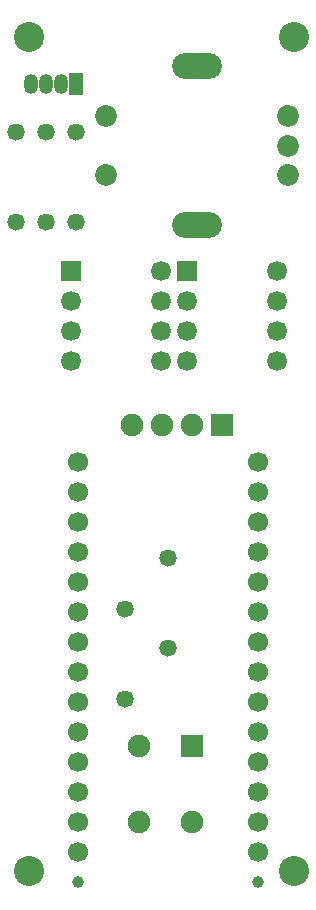
<source format=gbr>
G04 DipTrace 3.3.0.0*
G04 TopMask.gbr*
%MOIN*%
G04 #@! TF.FileFunction,Soldermask,Top*
G04 #@! TF.Part,Single*
%ADD16C,0.066929*%
%ADD27C,0.1*%
%ADD28C,0.039*%
%ADD37C,0.066374*%
%ADD39R,0.066374X0.066374*%
%ADD41R,0.049213X0.074803*%
%ADD43O,0.047244X0.066929*%
%ADD45O,0.165354X0.086614*%
%ADD47C,0.072835*%
%ADD49C,0.057874*%
%ADD51C,0.057874*%
%ADD54C,0.074803*%
%ADD55R,0.074803X0.074803*%
%FSLAX26Y26*%
G04*
G70*
G90*
G75*
G01*
G04 TopMask*
%LPD*%
D27*
X1374951Y3274950D3*
D28*
X656202Y456201D3*
X1256202D3*
D27*
X493703Y3274950D3*
X493711Y493720D3*
X1374951Y493701D3*
D55*
X1137451Y1981201D3*
D54*
X1037451D3*
X937451D3*
X837451D3*
D16*
X656202Y556202D3*
Y656202D3*
Y756201D3*
Y856202D3*
Y956202D3*
Y1056201D3*
Y1156202D3*
Y1256202D3*
Y1356201D3*
Y1456202D3*
Y1556202D3*
Y1656201D3*
X1256202Y556202D3*
Y656202D3*
Y756201D3*
Y856202D3*
Y956202D3*
Y1056201D3*
Y1156202D3*
Y1256202D3*
Y1356201D3*
Y1456202D3*
Y1556202D3*
Y1656201D3*
X656202Y1756202D3*
Y1856202D3*
X1256202Y1756202D3*
Y1856202D3*
D51*
X649951Y2956201D3*
D49*
Y2656201D3*
D51*
X549953Y2956201D3*
D49*
Y2656201D3*
D51*
X449951Y2956201D3*
D49*
Y2656201D3*
D51*
X812451Y1068701D3*
D49*
Y1368701D3*
D51*
X956202Y1237450D3*
D49*
Y1537450D3*
D47*
X1356201Y2912450D3*
Y3010875D3*
Y2814025D3*
X749902D3*
Y3010875D3*
D45*
X1053051Y3176230D3*
Y2648671D3*
D43*
X499952Y3118699D3*
X599952D3*
D41*
X649952D3*
D43*
X549952D3*
D55*
X1037451Y912450D3*
D54*
X860286D3*
Y656545D3*
X1037451D3*
D39*
X1018701Y2493701D3*
D37*
Y2393701D3*
Y2293701D3*
Y2193701D3*
X1318701D3*
Y2293701D3*
Y2393701D3*
Y2493701D3*
D39*
X631201D3*
D37*
Y2393701D3*
Y2293701D3*
Y2193701D3*
X931201D3*
Y2293701D3*
Y2393701D3*
Y2493701D3*
M02*

</source>
